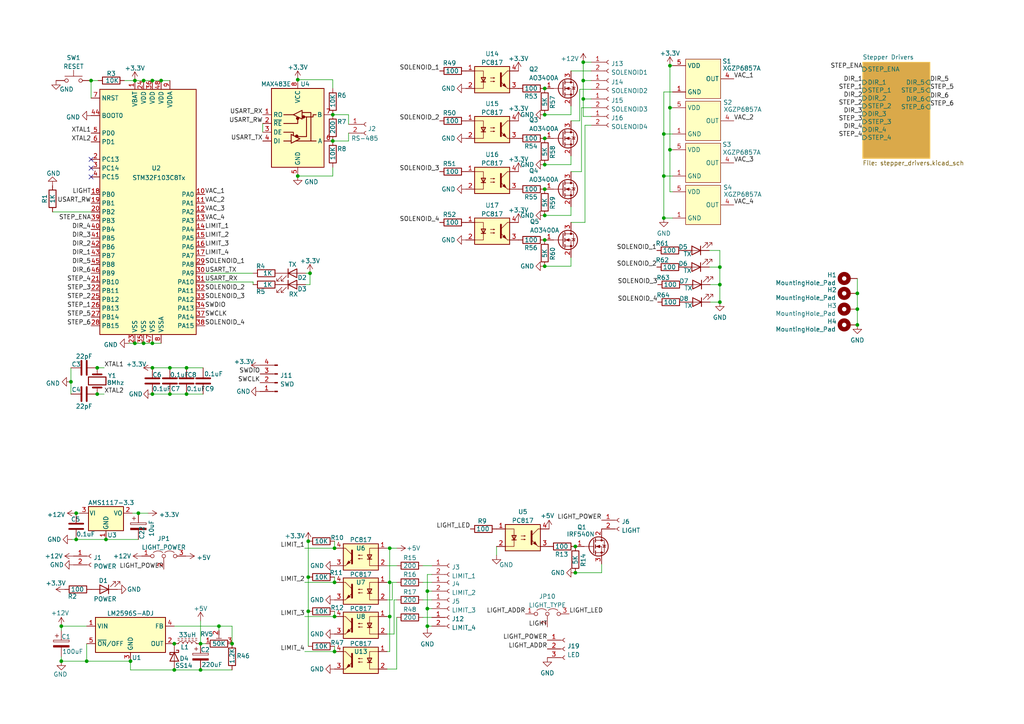
<source format=kicad_sch>
(kicad_sch (version 20211123) (generator eeschema)
  (paper "A4")
  (junction (at 113.03 168.91))
  (junction (at 194.31 19.05))
  (junction (at 89.916 79.248))
  (junction (at 97.028 178.816))
  (junction (at 41.656 23.368))
  (junction (at 22.098 148.844))
  (junction (at 157.988 54.864))
  (junction (at 208.788 87.63))
  (junction (at 113.03 178.816))
  (junction (at 46.736 23.368))
  (junction (at 97.028 168.91))
  (junction (at 40.132 148.844))
  (junction (at 89.408 156.972))
  (junction (at 169.164 23.368))
  (junction (at 22.098 156.464))
  (junction (at 169.164 18.034))
  (junction (at 157.988 47.752))
  (junction (at 26.416 23.368))
  (junction (at 54.102 114.3))
  (junction (at 17.78 191.77))
  (junction (at 248.666 89.662))
  (junction (at 123.952 176.53))
  (junction (at 44.196 99.568))
  (junction (at 58.166 194.31))
  (junction (at 25.146 191.77))
  (junction (at 166.878 158.496))
  (junction (at 166.878 166.116))
  (junction (at 169.164 28.702))
  (junction (at 39.116 99.568))
  (junction (at 157.988 33.274))
  (junction (at 194.31 31.242))
  (junction (at 49.276 114.3))
  (junction (at 17.78 181.61))
  (junction (at 248.666 94.234))
  (junction (at 30.734 156.464))
  (junction (at 192.532 51.054))
  (junction (at 50.546 186.69))
  (junction (at 96.52 40.894))
  (junction (at 192.532 63.246))
  (junction (at 89.408 177.292))
  (junction (at 44.196 114.3))
  (junction (at 157.988 77.216))
  (junction (at 96.52 33.274))
  (junction (at 50.546 194.31))
  (junction (at 86.36 51.054))
  (junction (at 41.656 99.568))
  (junction (at 20.574 110.744))
  (junction (at 123.952 181.61))
  (junction (at 44.196 106.68))
  (junction (at 39.116 23.368))
  (junction (at 54.102 106.68))
  (junction (at 248.666 85.09))
  (junction (at 49.276 106.68))
  (junction (at 28.194 106.68))
  (junction (at 157.988 62.484))
  (junction (at 97.028 159.004))
  (junction (at 89.408 167.386))
  (junction (at 194.31 43.434))
  (junction (at 44.196 23.368))
  (junction (at 67.31 186.69))
  (junction (at 157.988 69.596))
  (junction (at 208.788 82.55))
  (junction (at 37.846 191.77))
  (junction (at 63.5 181.61))
  (junction (at 58.166 186.69))
  (junction (at 208.788 77.47))
  (junction (at 86.36 23.114))
  (junction (at 28.194 114.3))
  (junction (at 157.988 25.654))
  (junction (at 113.03 159.004))
  (junction (at 157.988 40.132))
  (junction (at 97.028 188.976))
  (junction (at 192.532 38.862))
  (junction (at 123.952 171.45))
  (no_connect (at 26.416 46.228))
  (no_connect (at 26.416 48.768))
  (no_connect (at 26.416 51.308))
  (wire (pts (xy 168.656 31.242) (xy 168.656 49.784)))
  (wire (pts (xy 113.792 173.99) (xy 112.268 173.99)))
  (wire (pts (xy 123.952 171.45) (xy 123.952 176.53)))
  (wire (pts (xy 194.31 31.242) (xy 195.072 31.242)))
  (wire (pts (xy 50.546 194.31) (xy 58.166 194.31)))
  (wire (pts (xy 123.952 176.53) (xy 125.222 176.53)))
  (wire (pts (xy 194.31 19.05) (xy 194.31 31.242)))
  (wire (pts (xy 195.072 43.434) (xy 194.31 43.434)))
  (wire (pts (xy 97.028 177.292) (xy 97.028 178.816)))
  (wire (pts (xy 54.102 106.68) (xy 58.928 106.68)))
  (wire (pts (xy 28.194 106.68) (xy 30.226 106.68)))
  (wire (pts (xy 122.682 164.084) (xy 125.222 164.084)))
  (wire (pts (xy 22.098 156.464) (xy 30.734 156.464)))
  (wire (pts (xy 125.222 181.61) (xy 123.952 181.61)))
  (wire (pts (xy 123.952 171.45) (xy 125.222 171.45)))
  (wire (pts (xy 49.276 106.68) (xy 54.102 106.68)))
  (wire (pts (xy 248.666 80.772) (xy 248.666 85.09)))
  (wire (pts (xy 58.166 180.086) (xy 58.166 186.69)))
  (wire (pts (xy 89.916 82.55) (xy 88.646 82.55)))
  (wire (pts (xy 165.608 33.274) (xy 157.988 33.274)))
  (wire (pts (xy 115.062 173.99) (xy 114.3 173.99)))
  (wire (pts (xy 195.072 55.626) (xy 194.31 55.626)))
  (wire (pts (xy 168.148 35.052) (xy 165.608 35.052)))
  (wire (pts (xy 195.072 26.67) (xy 192.532 26.67)))
  (wire (pts (xy 195.072 19.05) (xy 194.31 19.05)))
  (wire (pts (xy 123.952 181.61) (xy 123.952 182.372)))
  (wire (pts (xy 89.916 79.248) (xy 89.916 82.55)))
  (wire (pts (xy 248.666 89.662) (xy 248.666 94.234)))
  (wire (pts (xy 168.656 49.784) (xy 165.608 49.784)))
  (wire (pts (xy 169.164 28.702) (xy 169.164 33.782)))
  (wire (pts (xy 96.52 51.054) (xy 86.36 51.054)))
  (wire (pts (xy 59.436 81.788) (xy 73.406 81.788)))
  (wire (pts (xy 169.672 36.322) (xy 169.672 64.516)))
  (wire (pts (xy 112.268 159.004) (xy 113.03 159.004)))
  (wire (pts (xy 195.072 51.054) (xy 192.532 51.054)))
  (wire (pts (xy 97.028 167.386) (xy 97.028 168.91)))
  (wire (pts (xy 101.092 36.068) (xy 101.092 33.274)))
  (wire (pts (xy 174.498 163.576) (xy 174.498 166.116)))
  (wire (pts (xy 67.31 186.69) (xy 67.31 181.61)))
  (wire (pts (xy 39.116 99.568) (xy 41.656 99.568)))
  (wire (pts (xy 41.656 23.368) (xy 44.196 23.368)))
  (wire (pts (xy 171.45 31.242) (xy 168.656 31.242)))
  (wire (pts (xy 44.196 106.68) (xy 49.276 106.68)))
  (wire (pts (xy 192.532 38.862) (xy 192.532 51.054)))
  (wire (pts (xy 122.682 168.91) (xy 125.222 168.91)))
  (wire (pts (xy 208.788 82.55) (xy 208.788 87.63)))
  (wire (pts (xy 17.78 190.5) (xy 17.78 191.77)))
  (wire (pts (xy 25.146 186.69) (xy 25.146 191.77)))
  (wire (pts (xy 122.682 173.99) (xy 125.222 173.99)))
  (wire (pts (xy 96.52 23.114) (xy 86.36 23.114)))
  (wire (pts (xy 169.672 64.516) (xy 165.608 64.516)))
  (wire (pts (xy 194.31 43.434) (xy 194.31 31.242)))
  (wire (pts (xy 165.608 45.212) (xy 165.608 47.752)))
  (wire (pts (xy 37.846 194.31) (xy 50.546 194.31)))
  (wire (pts (xy 165.608 77.216) (xy 157.988 77.216)))
  (wire (pts (xy 42.926 148.844) (xy 40.132 148.844)))
  (wire (pts (xy 115.062 194.056) (xy 112.268 194.056)))
  (wire (pts (xy 88.392 168.91) (xy 97.028 168.91)))
  (wire (pts (xy 113.03 159.004) (xy 115.062 159.004)))
  (wire (pts (xy 192.532 51.054) (xy 192.532 63.246)))
  (wire (pts (xy 169.164 28.702) (xy 171.45 28.702)))
  (wire (pts (xy 165.608 62.484) (xy 157.988 62.484)))
  (wire (pts (xy 20.574 106.68) (xy 20.574 110.744)))
  (wire (pts (xy 171.45 36.322) (xy 169.672 36.322)))
  (wire (pts (xy 169.164 23.368) (xy 169.164 28.702)))
  (wire (pts (xy 113.03 178.816) (xy 113.03 188.976)))
  (wire (pts (xy 20.574 110.744) (xy 20.574 114.3)))
  (wire (pts (xy 89.408 177.292) (xy 89.408 187.452)))
  (wire (pts (xy 174.498 166.116) (xy 166.878 166.116)))
  (wire (pts (xy 17.78 182.88) (xy 17.78 181.61)))
  (wire (pts (xy 46.736 23.368) (xy 49.276 23.368)))
  (wire (pts (xy 113.792 168.91) (xy 113.792 173.99)))
  (wire (pts (xy 73.406 81.788) (xy 73.406 82.55)))
  (wire (pts (xy 44.196 114.3) (xy 49.276 114.3)))
  (wire (pts (xy 63.5 181.61) (xy 63.5 182.88)))
  (wire (pts (xy 25.146 191.77) (xy 37.846 191.77)))
  (wire (pts (xy 89.408 167.386) (xy 89.408 177.292)))
  (wire (pts (xy 165.608 74.676) (xy 165.608 77.216)))
  (wire (pts (xy 114.3 183.896) (xy 112.268 183.896)))
  (wire (pts (xy 41.656 99.568) (xy 44.196 99.568)))
  (wire (pts (xy 97.028 156.972) (xy 97.028 159.004)))
  (wire (pts (xy 165.608 47.752) (xy 157.988 47.752)))
  (wire (pts (xy 17.78 181.61) (xy 25.146 181.61)))
  (wire (pts (xy 205.74 77.47) (xy 208.788 77.47)))
  (wire (pts (xy 144.018 158.496) (xy 144.018 161.036)))
  (wire (pts (xy 115.062 179.07) (xy 115.062 194.056)))
  (wire (pts (xy 37.846 191.77) (xy 37.846 194.31)))
  (wire (pts (xy 165.608 20.574) (xy 171.45 20.574)))
  (wire (pts (xy 101.092 33.274) (xy 96.52 33.274)))
  (wire (pts (xy 101.092 40.894) (xy 101.092 38.608)))
  (wire (pts (xy 96.52 40.894) (xy 101.092 40.894)))
  (wire (pts (xy 113.03 178.816) (xy 112.268 178.816)))
  (wire (pts (xy 30.734 156.464) (xy 40.132 156.464)))
  (wire (pts (xy 171.45 25.908) (xy 168.148 25.908)))
  (wire (pts (xy 169.164 33.782) (xy 171.45 33.782)))
  (wire (pts (xy 50.546 181.61) (xy 63.5 181.61)))
  (wire (pts (xy 115.062 168.91) (xy 113.792 168.91)))
  (wire (pts (xy 165.608 30.734) (xy 165.608 33.274)))
  (wire (pts (xy 113.03 168.91) (xy 113.03 178.816)))
  (wire (pts (xy 76.2 35.814) (xy 76.2 38.354)))
  (wire (pts (xy 15.24 61.468) (xy 26.416 61.468)))
  (wire (pts (xy 122.682 179.07) (xy 125.222 179.07)))
  (wire (pts (xy 169.164 18.034) (xy 169.164 23.368)))
  (wire (pts (xy 248.666 85.09) (xy 248.666 89.662)))
  (wire (pts (xy 28.448 23.368) (xy 26.416 23.368)))
  (wire (pts (xy 113.03 159.004) (xy 113.03 168.91)))
  (wire (pts (xy 112.268 164.084) (xy 115.062 164.084)))
  (wire (pts (xy 58.166 186.69) (xy 59.69 186.69)))
  (wire (pts (xy 96.52 25.654) (xy 96.52 23.114)))
  (wire (pts (xy 123.952 176.53) (xy 123.952 181.61)))
  (wire (pts (xy 54.102 114.3) (xy 58.928 114.3)))
  (wire (pts (xy 39.116 23.368) (xy 41.656 23.368)))
  (wire (pts (xy 88.392 178.816) (xy 97.028 178.816)))
  (wire (pts (xy 113.03 188.976) (xy 112.268 188.976)))
  (wire (pts (xy 88.392 188.976) (xy 97.028 188.976)))
  (wire (pts (xy 20.828 156.464) (xy 22.098 156.464)))
  (wire (pts (xy 17.78 191.77) (xy 25.146 191.77)))
  (wire (pts (xy 113.03 168.91) (xy 112.268 168.91)))
  (wire (pts (xy 37.338 99.568) (xy 39.116 99.568)))
  (wire (pts (xy 169.164 23.368) (xy 171.45 23.368)))
  (wire (pts (xy 40.132 148.844) (xy 38.354 148.844)))
  (wire (pts (xy 97.028 187.452) (xy 97.028 188.976)))
  (wire (pts (xy 49.276 114.3) (xy 54.102 114.3)))
  (wire (pts (xy 192.532 26.67) (xy 192.532 38.862)))
  (wire (pts (xy 44.196 99.568) (xy 46.736 99.568)))
  (wire (pts (xy 88.646 79.248) (xy 89.916 79.248)))
  (wire (pts (xy 205.74 72.644) (xy 208.788 72.644)))
  (wire (pts (xy 22.098 148.844) (xy 23.114 148.844)))
  (wire (pts (xy 194.31 55.626) (xy 194.31 43.434)))
  (wire (pts (xy 89.408 156.972) (xy 89.408 167.386)))
  (wire (pts (xy 168.148 25.908) (xy 168.148 35.052)))
  (wire (pts (xy 165.608 59.944) (xy 165.608 62.484)))
  (wire (pts (xy 59.436 79.248) (xy 73.406 79.248)))
  (wire (pts (xy 58.166 194.31) (xy 67.31 194.31)))
  (wire (pts (xy 28.194 114.3) (xy 30.226 114.3)))
  (wire (pts (xy 36.068 23.368) (xy 39.116 23.368)))
  (wire (pts (xy 205.994 82.55) (xy 208.788 82.55)))
  (wire (pts (xy 26.416 23.368) (xy 26.416 28.448)))
  (wire (pts (xy 67.31 181.61) (xy 63.5 181.61)))
  (wire (pts (xy 208.788 87.63) (xy 205.994 87.63)))
  (wire (pts (xy 192.532 38.862) (xy 195.072 38.862)))
  (wire (pts (xy 195.072 63.246) (xy 192.532 63.246)))
  (wire (pts (xy 208.788 77.47) (xy 208.788 82.55)))
  (wire (pts (xy 96.52 48.514) (xy 96.52 51.054)))
  (wire (pts (xy 123.952 166.624) (xy 123.952 171.45)))
  (wire (pts (xy 208.788 72.644) (xy 208.788 77.47)))
  (wire (pts (xy 88.392 159.004) (xy 97.028 159.004)))
  (wire (pts (xy 125.222 166.624) (xy 123.952 166.624)))
  (wire (pts (xy 171.45 18.034) (xy 169.164 18.034)))
  (wire (pts (xy 114.3 173.99) (xy 114.3 183.896)))
  (wire (pts (xy 44.196 23.368) (xy 46.736 23.368)))
  (label "DIR_6" (at 269.748 28.702 0))
  (label "USART_TX" (at 59.436 79.248 0))
  (label "VAC_4" (at 59.436 64.008 0))
  (label "SOLENOID_2" (at 127.508 35.052 180))
  (label "SWDIO" (at 59.436 89.408 0))
  (label "LIGHT_POWER" (at 47.498 165.1 180))
  (label "LIMIT_4" (at 88.392 188.976 180))
  (label "STEP_2" (at 26.416 86.868 180))
  (label "STEP_4" (at 26.416 81.788 180))
  (label "USART_RX" (at 59.436 81.788 0))
  (label "VAC_2" (at 212.852 35.052 0))
  (label "LIMIT_4" (at 59.436 74.168 0))
  (label "STEP_3" (at 26.416 84.328 180))
  (label "STEP_5" (at 26.416 91.948 180))
  (label "SOLENOID_4" (at 127.508 64.516 180))
  (label "LIGHT_ADDR" (at 158.75 188.214 180))
  (label "STEP_1" (at 250.19 26.162 180))
  (label "SWCLK" (at 59.436 91.948 0))
  (label "DIR_4" (at 250.19 37.592 180))
  (label "LIGHT_POWER" (at 158.75 185.674 180))
  (label "STEP_ENA" (at 250.19 20.066 180))
  (label "STEP_1" (at 26.416 89.408 180))
  (label "SWCLK" (at 75.438 110.998 180))
  (label "USART_RW" (at 26.416 58.928 180))
  (label "LIMIT_2" (at 59.436 69.088 0))
  (label "STEP_2" (at 250.19 30.734 180))
  (label "LIGHT_ADDR" (at 152.4 178.054 180))
  (label "XTAL1" (at 26.416 38.608 180))
  (label "USART_RX" (at 76.2 33.274 180))
  (label "DIR_6" (at 26.416 79.248 180))
  (label "SOLENOID_4" (at 190.754 87.63 180))
  (label "VAC_3" (at 212.852 47.244 0))
  (label "DIR_3" (at 26.416 69.088 180))
  (label "STEP_ENA" (at 26.416 64.008 180))
  (label "XTAL2" (at 26.416 41.148 180))
  (label "SOLENOID_3" (at 59.436 86.868 0))
  (label "DIR_1" (at 26.416 74.168 180))
  (label "LIMIT_1" (at 59.436 66.548 0))
  (label "USART_TX" (at 76.2 40.894 180))
  (label "VAC_4" (at 212.852 59.436 0))
  (label "DIR_3" (at 250.19 33.02 180))
  (label "VAC_3" (at 59.436 61.468 0))
  (label "VAC_1" (at 212.852 22.86 0))
  (label "SWDIO" (at 75.438 108.458 180))
  (label "LIGHT" (at 158.75 181.864 180))
  (label "DIR_4" (at 26.416 66.548 180))
  (label "LIGHT" (at 26.416 56.388 180))
  (label "DIR_1" (at 250.19 23.876 180))
  (label "DIR_5" (at 269.748 23.876 0))
  (label "STEP_5" (at 269.748 26.162 0))
  (label "LIMIT_3" (at 88.392 178.816 180))
  (label "SOLENOID_2" (at 59.436 84.328 0))
  (label "SOLENOID_1" (at 59.436 76.708 0))
  (label "LIGHT_LED" (at 165.1 178.054 0))
  (label "SOLENOID_3" (at 190.754 82.55 180))
  (label "DIR_5" (at 26.416 76.708 180))
  (label "STEP_4" (at 250.19 39.878 180))
  (label "STEP_6" (at 269.748 30.988 0))
  (label "STEP_6" (at 26.416 94.488 180))
  (label "XTAL1" (at 30.226 106.68 0))
  (label "VAC_2" (at 59.436 58.928 0))
  (label "SOLENOID_2" (at 190.5 77.47 180))
  (label "DIR_2" (at 250.19 28.448 180))
  (label "STEP_3" (at 250.19 35.306 180))
  (label "SOLENOID_3" (at 127.508 49.784 180))
  (label "LIGHT_POWER" (at 174.498 150.876 180))
  (label "SOLENOID_1" (at 190.5 72.644 180))
  (label "LIMIT_1" (at 88.392 159.004 180))
  (label "VAC_1" (at 59.436 56.388 0))
  (label "LIMIT_2" (at 88.392 168.91 180))
  (label "USART_RW" (at 76.2 35.814 180))
  (label "LIMIT_3" (at 59.436 71.628 0))
  (label "LIGHT_LED" (at 136.398 153.416 180))
  (label "SOLENOID_1" (at 127.508 20.574 180))
  (label "SOLENOID_4" (at 59.436 94.488 0))
  (label "DIR_2" (at 26.416 71.628 180))
  (label "XTAL2" (at 30.226 114.3 0))
  (symbol (lib_id "Device:R") (at 157.988 73.406 180) (unit 1)
    (property "Reference" "R60" (at 160.274 71.628 90) (effects (justify left)))
    (property "Value" "5K" (at 157.988 72.136 90) (effects (justify left)))
    (property "Footprint" "Resistor_SMD:R_0603_1608Metric" (effects hide))
  )
  (symbol (lib_id "Device:R") (at 154.178 25.654 90) (unit 1)
    (property "Reference" "R53" (at 155.956 27.94 90) (effects (justify left)))
    (property "Value" "100" (at 155.956 25.654 90) (effects (justify left)))
    (property "Footprint" "Resistor_SMD:R_0603_1608Metric" (effects hide))
  )
  (symbol (lib_id "Device:LED") (at 201.93 77.47 180) (unit 1)
    (property "Reference" "D6" (at 198.12 76.454 0))
    (property "Value" "TX" (at 199.39 78.486 0))
    (property "Footprint" "LED_SMD:LED_0603_1608Metric" (effects hide))
  )
  (symbol (lib_id "MCU_ST_STM32F1:STM32F103C8Tx") (at 44.196 61.468 0) (unit 1)
    (property "Reference" "U2" (at 43.942 48.768 0) (effects (justify left)))
    (property "Value" "STM32F103C8Tx" (at 38.354 51.562 0) (effects (justify left)))
    (property "Footprint" "Package_QFP:LQFP-48_7x7mm_P0.5mm" (effects hide))
    (property "Datasheet" "http://www.st.com/st-web-ui/static/active/en/resource/technical/document/datasheet/CD00161566.pdf" (effects hide))
  )
  (symbol (lib_id "Device:R") (at 154.178 54.864 90) (unit 1)
    (property "Reference" "R55" (at 155.956 57.15 90) (effects (justify left)))
    (property "Value" "100" (at 155.956 54.864 90) (effects (justify left)))
    (property "Footprint" "Resistor_SMD:R_0603_1608Metric" (effects hide))
  )
  (symbol (lib_id "Device:R") (at 157.988 58.674 180) (unit 1)
    (property "Reference" "R59" (at 160.274 56.896 90) (effects (justify left)))
    (property "Value" "5K" (at 157.988 57.404 90) (effects (justify left)))
    (property "Footprint" "Resistor_SMD:R_0603_1608Metric" (effects hide))
  )
  (symbol (lib_id "Device:R") (at 96.52 37.084 0) (unit 1)
    (property "Reference" "R7" (at 97.79 35.306 0) (effects (justify left)))
    (property "Value" "200" (at 96.52 38.862 90) (effects (justify left)))
    (property "Footprint" "Resistor_SMD:R_0603_1608Metric" (effects hide))
  )
  (symbol (lib_id "Device:R") (at 163.068 158.496 90) (unit 1)
    (property "Reference" "R13" (at 164.846 160.782 90) (effects (justify left)))
    (property "Value" "100" (at 164.846 158.496 90) (effects (justify left)))
    (property "Footprint" "Resistor_SMD:R_0603_1608Metric" (effects hide))
  )
  (symbol (lib_id "Connector:Conn_01x02_Female") (at 179.578 150.876 0) (unit 1)
    (property "Reference" "J6" (at 180.2892 151.3113 0) (effects (justify left)))
    (property "Value" "LIGHT" (at 180.2892 153.8482 0) (effects (justify left)))
    (property "Footprint" "Connector_JST:JST_EH_B2B-EH-A_1x02_P2.50mm_Vertical" (effects hide))
  )
  (symbol (lib_id "power:GND") (at 15.24 53.848 180) (unit 1)
    (property "Reference" "#PWR02" (effects hide))
    (property "Value" "GND" (at 13.462 50.292 0) (effects (justify right)))
  )
  (symbol (lib_id "Connector:Conn_01x02_Female") (at 130.302 179.07 0) (unit 1)
    (property "Reference" "J12" (at 131.0132 179.5053 0) (effects (justify left)))
    (property "Value" "LIMIT_4" (at 131.0132 182.0422 0) (effects (justify left)))
    (property "Footprint" "Connector_JST:JST_EH_B2B-EH-A_1x02_P2.50mm_Vertical" (effects hide))
  )
  (symbol (lib_id "Connector:Conn_01x02_Female") (at 130.302 168.91 0) (unit 1)
    (property "Reference" "J4" (at 131.0132 169.3453 0) (effects (justify left)))
    (property "Value" "LIMIT_2" (at 131.0132 171.8822 0) (effects (justify left)))
    (property "Footprint" "Connector_JST:JST_EH_B2B-EH-A_1x02_P2.50mm_Vertical" (effects hide))
  )
  (symbol (lib_id "Device:Crystal") (at 28.194 110.49 90) (unit 1)
    (property "Reference" "Y1" (at 31.242 108.966 90) (effects (justify right)))
    (property "Value" "8Mhz" (at 30.988 110.998 90) (effects (justify right)))
    (property "Footprint" "Crystal:Crystal_SMD_5032-2Pin_5.0x3.2mm" (effects hide))
  )
  (symbol (lib_id "Device:R") (at 93.218 177.292 270) (unit 1)
    (property "Reference" "R12" (at 97.79 176.276 90))
    (property "Value" "10K" (at 93.218 177.292 90))
    (property "Footprint" "Resistor_SMD:R_0603_1608Metric" (effects hide))
  )
  (symbol (lib_id "power:+12V") (at 41.148 161.29 90) (unit 1)
    (property "Reference" "#PWR014" (effects hide))
    (property "Value" "+12V" (at 32.766 161.29 90) (effects (justify right)))
  )
  (symbol (lib_id "Device:C_Polarized") (at 40.132 152.654 0) (unit 1)
    (property "Reference" "C22" (at 41.148 156.464 90) (effects (justify left)))
    (property "Value" "10uF" (at 43.942 155.702 90) (effects (justify left)))
    (property "Footprint" "Capacitor_Tantalum_SMD:CP_EIA-3216-12_Kemet-S" (effects hide))
  )
  (symbol (lib_id "power:GND") (at 157.988 47.752 270) (unit 1)
    (property "Reference" "#PWR0125" (effects hide))
    (property "Value" "GND" (at 150.876 47.752 90) (effects (justify left)))
  )
  (symbol (lib_id "Device:LED") (at 202.184 87.63 180) (unit 1)
    (property "Reference" "D8" (at 198.374 86.614 0))
    (property "Value" "TX" (at 199.644 88.646 0))
    (property "Footprint" "LED_SMD:LED_0603_1608Metric" (effects hide))
  )
  (symbol (lib_id "Connector:Conn_01x02_Female") (at 106.172 36.068 0) (unit 1)
    (property "Reference" "J2" (at 106.68 37.338 0) (effects (justify left)))
    (property "Value" "RS-485" (at 101.854 40.132 0) (effects (justify left)))
    (property "Footprint" "Connector_JST:JST_EH_B2B-EH-A_1x02_P2.50mm_Vertical" (effects hide))
  )
  (symbol (lib_id "Device:R") (at 118.872 179.07 90) (unit 1)
    (property "Reference" "R48" (at 118.872 176.784 90))
    (property "Value" "200" (at 118.872 179.07 90))
    (property "Footprint" "Resistor_SMD:R_0603_1608Metric" (effects hide))
  )
  (symbol (lib_id "Transistor_FET:AO3400A") (at 163.068 69.596 0) (unit 1)
    (property "Reference" "Q5" (at 153.67 64.262 0) (effects (justify left)))
    (property "Value" "AO3400A" (at 153.67 66.7989 0) (effects (justify left)))
    (property "Footprint" "Package_TO_SOT_SMD:SOT-23" (effects hide))
    (property "Datasheet" "http://www.aosmd.com/pdfs/datasheet/AO3400A.pdf" (effects hide))
  )
  (symbol (lib_id "power:GND") (at 97.028 194.056 270) (unit 1)
    (property "Reference" "#PWR0104" (effects hide))
    (property "Value" "GND" (at 89.916 194.056 90) (effects (justify left)))
  )
  (symbol (lib_id "power:+3.3V") (at 150.368 49.784 0) (unit 1)
    (property "Reference" "#PWR0124" (effects hide))
    (property "Value" "+3.3V" (at 150.368 46.2082 0))
  )
  (symbol (lib_id "Transistor_FET:AO3400A") (at 163.068 54.864 0) (unit 1)
    (property "Reference" "Q4" (at 153.416 49.53 0) (effects (justify left)))
    (property "Value" "AO3400A" (at 153.416 52.0669 0) (effects (justify left)))
    (property "Footprint" "Package_TO_SOT_SMD:SOT-23" (effects hide))
    (property "Datasheet" "http://www.aosmd.com/pdfs/datasheet/AO3400A.pdf" (effects hide))
  )
  (symbol (lib_id "Device:R") (at 15.24 57.658 0) (unit 1)
    (property "Reference" "R1" (at 12.954 57.658 90))
    (property "Value" "1K" (at 15.24 57.658 90))
    (property "Footprint" "Resistor_SMD:R_0603_1608Metric" (effects hide))
  )
  (symbol (lib_id "Device:LED") (at 202.184 82.55 180) (unit 1)
    (property "Reference" "D7" (at 198.374 81.534 0))
    (property "Value" "TX" (at 199.644 83.566 0))
    (property "Footprint" "LED_SMD:LED_0603_1608Metric" (effects hide))
  )
  (symbol (lib_id "power:GND") (at 17.78 191.77 0) (unit 1)
    (property "Reference" "#PWR0101" (effects hide))
    (property "Value" "GND" (at 19.558 195.58 0) (effects (justify right)))
  )
  (symbol (lib_id "Device:R") (at 96.52 44.704 0) (unit 1)
    (property "Reference" "R8" (at 97.79 43.18 0) (effects (justify left)))
    (property "Value" "10K" (at 96.52 46.482 90) (effects (justify left)))
    (property "Footprint" "Resistor_SMD:R_0603_1608Metric" (effects hide))
  )
  (symbol (lib_id "power:GND") (at 16.256 23.368 0) (unit 1)
    (property "Reference" "#PWR01" (effects hide))
    (property "Value" "GND" (at 19.304 25.908 0))
  )
  (symbol (lib_id "power:GND") (at 158.75 190.754 0) (unit 1)
    (property "Reference" "#PWR013" (effects hide))
    (property "Value" "GND" (at 158.75 195.1974 0))
  )
  (symbol (lib_id "power:+3.3V") (at 86.36 23.114 0) (unit 1)
    (property "Reference" "#PWR019" (effects hide))
    (property "Value" "+3.3V" (at 86.36 19.5382 0))
  )
  (symbol (lib_id "Device:R") (at 194.31 72.644 90) (unit 1)
    (property "Reference" "R61" (at 194.056 70.612 90) (effects (justify left)))
    (property "Value" "100" (at 196.088 72.644 90) (effects (justify left)))
    (property "Footprint" "Resistor_SMD:R_0603_1608Metric" (effects hide))
  )
  (symbol (lib_id "power:GND") (at 97.028 164.084 270) (unit 1)
    (property "Reference" "#PWR024" (effects hide))
    (property "Value" "GND" (at 89.916 164.084 90) (effects (justify left)))
  )
  (symbol (lib_id "power:+5V") (at 58.166 180.086 0) (unit 1)
    (property "Reference" "#PWR0103" (effects hide))
    (property "Value" "+5V" (at 58.166 176.5102 0))
  )
  (symbol (lib_id "Isolator:PC817") (at 142.748 67.056 0) (unit 1)
    (property "Reference" "U17" (at 142.748 59.5462 0))
    (property "Value" "PC817" (at 142.748 62.0831 0))
    (property "Footprint" "Package_DIP:SMDIP-4_W9.53mm" (effects hide))
    (property "Datasheet" "http://www.soselectronic.cz/a_info/resource/d/pc817.pdf" (effects hide))
  )
  (symbol (lib_id "power:+5V") (at 115.062 159.004 270) (unit 1)
    (property "Reference" "#PWR027" (effects hide))
    (property "Value" "+5V" (at 117.856 159.004 90) (effects (justify left)))
  )
  (symbol (lib_id "Device:LED") (at 84.836 82.55 0) (unit 1)
    (property "Reference" "D3" (at 87.63 83.82 0))
    (property "Value" "RX" (at 85.09 85.344 0))
    (property "Footprint" "LED_SMD:LED_0603_1608Metric" (effects hide))
  )
  (symbol (lib_id "power:+3.3V") (at 42.926 148.844 270) (unit 1)
    (property "Reference" "#PWR018" (effects hide))
    (property "Value" "+3.3V" (at 46.101 149.2778 90) (effects (justify left)))
  )
  (symbol (lib_id "Device:R") (at 22.606 170.942 90) (unit 1)
    (property "Reference" "R2" (at 22.352 172.974 90) (effects (justify left)))
    (property "Value" "100" (at 24.384 170.942 90) (effects (justify left)))
    (property "Footprint" "Resistor_SMD:R_0603_1608Metric" (effects hide))
  )
  (symbol (lib_id "Isolator:PC817") (at 142.748 52.324 0) (unit 1)
    (property "Reference" "U16" (at 142.748 44.8142 0))
    (property "Value" "PC817" (at 142.748 47.3511 0))
    (property "Footprint" "Package_DIP:SMDIP-4_W9.53mm" (effects hide))
    (property "Datasheet" "http://www.soselectronic.cz/a_info/resource/d/pc817.pdf" (effects hide))
  )
  (symbol (lib_id "power:GND") (at 20.574 110.744 270) (unit 1)
    (property "Reference" "#PWR06" (effects hide))
    (property "Value" "GND" (at 17.3991 111.1778 90) (effects (justify right)))
  )
  (symbol (lib_id "Device:R") (at 166.878 162.306 180) (unit 1)
    (property "Reference" "R14" (at 169.164 160.528 90) (effects (justify left)))
    (property "Value" "5K" (at 166.878 161.036 90) (effects (justify left)))
    (property "Footprint" "Resistor_SMD:R_0603_1608Metric" (effects hide))
  )
  (symbol (lib_id "Device:R") (at 154.178 40.132 90) (unit 1)
    (property "Reference" "R54" (at 155.956 42.418 90) (effects (justify left)))
    (property "Value" "100" (at 155.956 40.132 90) (effects (justify left)))
    (property "Footprint" "Resistor_SMD:R_0603_1608Metric" (effects hide))
  )
  (symbol (lib_id "Device:R") (at 131.318 35.052 90) (unit 1)
    (property "Reference" "R50" (at 132.334 32.766 90) (effects (justify left)))
    (property "Value" "100" (at 133.096 35.052 90) (effects (justify left)))
    (property "Footprint" "Resistor_SMD:R_0603_1608Metric" (effects hide))
  )
  (symbol (lib_id "power:GND") (at 166.878 166.116 270) (unit 1)
    (property "Reference" "#PWR0123" (effects hide))
    (property "Value" "GND" (at 159.766 166.116 90) (effects (justify left)))
  )
  (symbol (lib_id "power:GND") (at 157.988 62.484 270) (unit 1)
    (property "Reference" "#PWR0127" (effects hide))
    (property "Value" "GND" (at 150.876 62.484 90) (effects (justify left)))
  )
  (symbol (lib_id "Vacuum sensors:XGZP6857A") (at 203.962 59.436 0) (unit 1)
    (property "Reference" "S4" (at 211.074 54.356 0))
    (property "Value" "XGZP6857A" (at 215.392 56.388 0))
    (property "Footprint" "XGZP_Sensors:XGZP_Sensor_THT" (effects hide))
  )
  (symbol (lib_id "Connector:Conn_01x03_Female") (at 163.83 188.214 0) (unit 1)
    (property "Reference" "J19" (at 164.5412 187.3793 0) (effects (justify left)))
    (property "Value" "LED" (at 164.5412 189.9162 0) (effects (justify left)))
    (property "Footprint" "Connector_JST:JST_EH_B3B-EH-A_1x03_P2.50mm_Vertical" (effects hide))
  )
  (symbol (lib_id "Mechanical:MountingHole_Pad") (at 246.126 80.772 90) (unit 1)
    (property "Reference" "H1" (at 241.3 79.756 90))
    (property "Value" "MountingHole_Pad" (at 233.68 82.042 90))
    (property "Footprint" "MountingHole:MountingHole_2.5mm_Pad_Via" (effects hide))
  )
  (symbol (lib_id "Device:R") (at 77.216 79.248 90) (unit 1)
    (property "Reference" "R4" (at 76.962 77.216 90) (effects (justify left)))
    (property "Value" "1K" (at 78.994 79.248 90) (effects (justify left)))
    (property "Footprint" "Resistor_SMD:R_0603_1608Metric" (effects hide))
  )
  (symbol (lib_id "Mechanical:MountingHole_Pad") (at 246.126 94.234 90) (unit 1)
    (property "Reference" "H4" (at 241.3 93.218 90))
    (property "Value" "MountingHole_Pad" (at 233.68 95.504 90))
    (property "Footprint" "MountingHole:MountingHole_2.5mm_Pad_Via" (effects hide))
  )
  (symbol (lib_id "Isolator:PC817") (at 104.648 181.356 0) (mirror y) (unit 1)
    (property "Reference" "U8" (at 104.648 178.816 0))
    (property "Value" "PC817" (at 104.648 176.53 0))
    (property "Footprint" "Package_DIP:SMDIP-4_W9.53mm" (effects hide))
    (property "Datasheet" "http://www.soselectronic.cz/a_info/resource/d/pc817.pdf" (effects hide))
  )
  (symbol (lib_id "power:GND") (at 123.952 182.372 0) (unit 1)
    (property "Reference" "#PWR028" (effects hide))
    (property "Value" "GND" (at 123.952 186.8154 0))
  )
  (symbol (lib_id "Isolator:PC817") (at 104.648 171.45 0) (mirror y) (unit 1)
    (property "Reference" "U7" (at 104.648 168.91 0))
    (property "Value" "PC817" (at 104.648 166.624 0))
    (property "Footprint" "Package_DIP:SMDIP-4_W9.53mm" (effects hide))
    (property "Datasheet" "http://www.soselectronic.cz/a_info/resource/d/pc817.pdf" (effects hide))
  )
  (symbol (lib_id "Device:R") (at 118.872 164.084 90) (unit 1)
    (property "Reference" "R15" (at 118.872 161.798 90))
    (property "Value" "200" (at 118.872 164.084 90))
    (property "Footprint" "Resistor_SMD:R_0603_1608Metric" (effects hide))
  )
  (symbol (lib_id "power:+3.3V") (at 150.368 20.574 0) (unit 1)
    (property "Reference" "#PWR0130" (effects hide))
    (property "Value" "+3.3V" (at 150.368 16.9982 0))
  )
  (symbol (lib_id "Transistor_FET:AO3400A") (at 163.068 40.132 0) (unit 1)
    (property "Reference" "Q3" (at 153.416 34.798 0) (effects (justify left)))
    (property "Value" "AO3400A" (at 153.416 37.3349 0) (effects (justify left)))
    (property "Footprint" "Package_TO_SOT_SMD:SOT-23" (effects hide))
    (property "Datasheet" "http://www.aosmd.com/pdfs/datasheet/AO3400A.pdf" (effects hide))
  )
  (symbol (lib_id "power:GND") (at 157.988 33.274 270) (unit 1)
    (property "Reference" "#PWR0126" (effects hide))
    (property "Value" "GND" (at 150.876 33.274 90) (effects (justify left)))
  )
  (symbol (lib_id "power:GND") (at 248.666 94.234 0) (unit 1)
    (property "Reference" "#PWR052" (effects hide))
    (property "Value" "GND" (at 248.666 98.6774 0))
  )
  (symbol (lib_id "Interface_UART:MAX483E") (at 86.36 35.814 0) (unit 1)
    (property "Reference" "U4" (at 87.122 24.384 0) (effects (justify left)))
    (property "Value" "MAX483E" (at 75.692 24.384 0) (effects (justify left)))
    (property "Footprint" "Package_SO:SO-8_3.9x4.9mm_P1.27mm" (effects hide))
    (property "Datasheet" "https://datasheets.maximintegrated.com/en/ds/MAX1487E-MAX491E.pdf" (effects hide))
  )
  (symbol (lib_name "XGZP6857A_2") (lib_id "Vacuum sensors:XGZP6857A") (at 203.962 22.86 0) (unit 1)
    (property "Reference" "S1" (at 210.82 17.78 0))
    (property "Value" "XGZP6857A" (at 215.138 19.812 0))
    (property "Footprint" "XGZP_Sensors:XGZP_Sensor_THT" (effects hide))
  )
  (symbol (lib_id "power:GND") (at 135.128 25.654 270) (unit 1)
    (property "Reference" "#PWR0108" (effects hide))
    (property "Value" "GND" (at 128.016 25.654 90) (effects (justify left)))
  )
  (symbol (lib_id "Device:C") (at 24.384 114.3 90) (unit 1)
    (property "Reference" "C4" (at 22.098 113.03 90))
    (property "Value" "22pF" (at 24.384 117.856 90))
    (property "Footprint" "Capacitor_SMD:C_0603_1608Metric" (effects hide))
  )
  (symbol (lib_id "power:GND") (at 21.336 163.83 270) (unit 1)
    (property "Reference" "#PWR08" (effects hide))
    (property "Value" "GND" (at 18.542 163.83 90) (effects (justify right)))
  )
  (symbol (lib_id "power:+12V") (at 169.164 18.034 0) (unit 1)
    (property "Reference" "#PWR0109" (effects hide))
    (property "Value" "+12V" (at 167.894 17.018 0) (effects (justify right)))
  )
  (symbol (lib_id "Transistor_FET:IRF540N") (at 171.958 158.496 0) (unit 1)
    (property "Reference" "Q1" (at 167.386 152.908 0) (effects (justify left)))
    (property "Value" "IRF540N" (at 164.338 154.94 0) (effects (justify left)))
    (property "Footprint" "Package_TO_SOT_THT:TO-220-3_Vertical" (effects hide))
    (property "Datasheet" "http://www.irf.com/product-info/datasheets/data/irf540n.pdf" (effects hide))
  )
  (symbol (lib_id "Connector:Conn_01x02_Female") (at 130.302 164.084 0) (unit 1)
    (property "Reference" "J3" (at 131.0132 164.5193 0) (effects (justify left)))
    (property "Value" "LIMIT_1" (at 131.0132 167.0562 0) (effects (justify left)))
    (property "Footprint" "Connector_JST:JST_EH_B2B-EH-A_1x02_P2.50mm_Vertical" (effects hide))
  )
  (symbol (lib_id "Isolator:PC817") (at 142.748 23.114 0) (unit 1)
    (property "Reference" "U14" (at 142.748 15.6042 0))
    (property "Value" "PC817" (at 142.748 18.1411 0))
    (property "Footprint" "Package_DIP:SMDIP-4_W9.53mm" (effects hide))
    (property "Datasheet" "http://www.soselectronic.cz/a_info/resource/d/pc817.pdf" (effects hide))
  )
  (symbol (lib_id "Regulator_Linear:AMS1117-3.3") (at 30.734 148.844 0) (unit 1)
    (property "Reference" "U3" (at 32.512 155.194 0))
    (property "Value" "AMS1117-3.3" (at 32.258 145.796 0))
    (property "Footprint" "Package_TO_SOT_SMD:SOT-223-3_TabPin2" (effects hide))
    (property "Datasheet" "http://www.advanced-monolithic.com/pdf/ds1117.pdf" (effects hide))
  )
  (symbol (lib_id "Device:R") (at 118.872 168.91 90) (unit 1)
    (property "Reference" "R16" (at 118.872 166.624 90))
    (property "Value" "200" (at 118.872 168.91 90))
    (property "Footprint" "Resistor_SMD:R_0603_1608Metric" (effects hide))
  )
  (symbol (lib_id "Device:LED") (at 30.226 170.942 180) (unit 1)
    (property "Reference" "D1" (at 29.972 168.402 0))
    (property "Value" "POWER" (at 30.48 173.736 0))
    (property "Footprint" "LED_SMD:LED_0603_1608Metric" (effects hide))
  )
  (symbol (lib_id "power:GND") (at 135.128 69.596 270) (unit 1)
    (property "Reference" "#PWR0111" (effects hide))
    (property "Value" "GND" (at 128.016 69.596 90) (effects (justify left)))
  )
  (symbol (lib_id "Isolator:PC817") (at 104.648 191.516 0) (mirror y) (unit 1)
    (property "Reference" "U13" (at 104.648 188.976 0))
    (property "Value" "PC817" (at 104.648 186.69 0))
    (property "Footprint" "Package_DIP:SMDIP-4_W9.53mm" (effects hide))
    (property "Datasheet" "http://www.soselectronic.cz/a_info/resource/d/pc817.pdf" (effects hide))
  )
  (symbol (lib_name "XGZP6857A_3") (lib_id "Vacuum sensors:XGZP6857A") (at 203.962 47.244 0) (unit 1)
    (property "Reference" "S3" (at 210.82 41.91 0))
    (property "Value" "XGZP6857A" (at 215.138 44.196 0))
    (property "Footprint" "XGZP_Sensors:XGZP_Sensor_THT" (effects hide))
  )
  (symbol (lib_id "power:GND") (at 97.028 183.896 270) (unit 1)
    (property "Reference" "#PWR026" (effects hide))
    (property "Value" "GND" (at 89.916 183.896 90) (effects (justify left)))
  )
  (symbol (lib_id "Device:R") (at 131.318 20.574 90) (unit 1)
    (property "Reference" "R49" (at 132.334 18.288 90) (effects (justify left)))
    (property "Value" "100" (at 133.096 20.574 90) (effects (justify left)))
    (property "Footprint" "Resistor_SMD:R_0603_1608Metric" (effects hide))
  )
  (symbol (lib_id "Jumper:Jumper_3_Open") (at 158.75 178.054 0) (unit 1)
    (property "Reference" "JP10" (at 158.75 172.982 0))
    (property "Value" "LIGHT_TYPE" (at 158.75 175.5189 0))
    (property "Footprint" "Connector_PinHeader_2.54mm:PinHeader_1x03_P2.54mm_Vertical" (effects hide))
  )
  (symbol (lib_id "power:GND") (at 192.532 63.246 0) (unit 1)
    (property "Reference" "#PWR0113" (effects hide))
    (property "Value" "GND" (at 192.532 67.6894 0))
  )
  (symbol (lib_id "Device:C_Polarized") (at 58.166 190.5 0) (unit 1)
    (property "Reference" "C2" (at 58.166 188.468 0) (effects (justify left)))
    (property "Value" "220uF" (at 58.42 192.786 0) (effects (justify left)))
    (property "Footprint" "Capacitor_SMD:CP_Elec_6.3x5.9" (effects hide))
  )
  (symbol (lib_id "Isolator:PC817") (at 142.748 37.592 0) (unit 1)
    (property "Reference" "U15" (at 142.748 30.0822 0))
    (property "Value" "PC817" (at 142.748 32.6191 0))
    (property "Footprint" "Package_DIP:SMDIP-4_W9.53mm" (effects hide))
    (property "Datasheet" "http://www.soselectronic.cz/a_info/resource/d/pc817.pdf" (effects hide))
  )
  (symbol (lib_id "Device:R") (at 140.208 153.416 90) (unit 1)
    (property "Reference" "R9" (at 141.224 151.13 90) (effects (justify left)))
    (property "Value" "100" (at 141.986 153.416 90) (effects (justify left)))
    (property "Footprint" "Resistor_SMD:R_0603_1608Metric" (effects hide))
  )
  (symbol (lib_id "Connector:Conn_01x02_Female") (at 176.53 18.034 0) (unit 1)
    (property "Reference" "J13" (at 177.2412 18.4693 0) (effects (justify left)))
    (property "Value" "SOLENOID1" (at 177.2412 21.0062 0) (effects (justify left)))
    (property "Footprint" "Connector_JST:JST_EH_B2B-EH-A_1x02_P2.50mm_Vertical" (effects hide))
  )
  (symbol (lib_id "power:+12V") (at 21.336 161.29 90) (unit 1)
    (property "Reference" "#PWR07" (effects hide))
    (property "Value" "+12V" (at 12.954 161.29 90) (effects (justify right)))
  )
  (symbol (lib_name "XGZP6857A_1") (lib_id "Vacuum sensors:XGZP6857A") (at 203.962 35.052 0) (unit 1)
    (property "Reference" "S2" (at 211.074 29.718 0))
    (property "Value" "XGZP6857A" (at 215.392 31.75 0))
    (property "Footprint" "XGZP_Sensors:XGZP_Sensor_THT" (effects hide))
  )
  (symbol (lib_id "power:+3.3V") (at 75.438 105.918 90) (unit 1)
    (property "Reference" "#PWR0105" (effects hide))
    (property "Value" "+3.3V" (at 67.818 104.902 90) (effects (justify right)))
  )
  (symbol (lib_id "power:GND") (at 135.128 40.132 270) (unit 1)
    (property "Reference" "#PWR0107" (effects hide))
    (property "Value" "GND" (at 128.016 40.132 90) (effects (justify left)))
  )
  (symbol (lib_id "Regulator_Switching:LM2596S-ADJ") (at 37.846 184.15 0) (unit 1)
    (property "Reference" "U1" (at 39.624 190.754 0))
    (property "Value" "LM2596S-ADJ" (at 37.846 177.9071 0))
    (property "Footprint" "Package_TO_SOT_SMD:TO-263-5_TabPin3" (effects hide))
    (property "Datasheet" "http://www.ti.com/lit/ds/symlink/lm2596.pdf" (effects hide))
  )
  (symbol (lib_id "Device:R") (at 157.988 29.464 180) (unit 1)
    (property "Reference" "R57" (at 160.274 27.686 90) (effects (justify left)))
    (property "Value" "5K" (at 157.988 28.194 90) (effects (justify left)))
    (property "Footprint" "Resistor_SMD:R_0603_1608Metric" (effects hide))
  )
  (symbol (lib_id "Device:R") (at 194.31 77.47 90) (unit 1)
    (property "Reference" "R62" (at 194.056 75.438 90) (effects (justify left)))
    (property "Value" "100" (at 196.088 77.47 90) (effects (justify left)))
    (property "Footprint" "Resistor_SMD:R_0603_1608Metric" (effects hide))
  )
  (symbol (lib_id "Device:R") (at 77.216 82.55 90) (unit 1)
    (property "Reference" "R5" (at 76.962 84.582 90) (effects (justify left)))
    (property "Value" "1K" (at 78.994 82.55 90) (effects (justify left)))
    (property "Footprint" "Resistor_SMD:R_0603_1608Metric" (effects hide))
  )
  (symbol (lib_id "power:+3.3V") (at 194.31 19.05 0) (unit 1)
    (property "Reference" "#PWR0110" (effects hide))
    (property "Value" "+3.3V" (at 194.31 15.4742 0))
  )
  (symbol (lib_id "Transistor_FET:AO3400A") (at 163.068 25.654 0) (unit 1)
    (property "Reference" "Q2" (at 153.416 20.066 0) (effects (justify left)))
    (property "Value" "AO3400A" (at 153.416 22.6029 0) (effects (justify left)))
    (property "Footprint" "Package_TO_SOT_SMD:SOT-23" (effects hide))
    (property "Datasheet" "http://www.aosmd.com/pdfs/datasheet/AO3400A.pdf" (effects hide))
  )
  (symbol (lib_id "Device:LED") (at 84.836 79.248 0) (unit 1)
    (property "Reference" "D2" (at 87.63 80.518 0))
    (property "Value" "TX" (at 84.836 76.708 0))
    (property "Footprint" "LED_SMD:LED_0603_1608Metric" (effects hide))
  )
  (symbol (lib_id "power:GND") (at 75.438 113.538 270) (unit 1)
    (property "Reference" "#PWR0106" (effects hide))
    (property "Value" "GND" (at 72.644 113.538 90) (effects (justify right)))
  )
  (symbol (lib_id "Device:C") (at 58.928 110.49 180) (unit 1)
    (property "Reference" "C9" (at 59.436 112.776 0) (effects (justify right)))
    (property "Value" "0.1uF" (at 59.182 108.458 0) (effects (justify right)))
    (property "Footprint" "Capacitor_SMD:C_0603_1608Metric" (effects hide))
  )
  (symbol (lib_id "Device:L_Ferrite") (at 54.356 186.69 90) (unit 1)
    (property "Reference" "L1" (at 53.594 187.706 90))
    (property "Value" "33uH" (at 54.356 184.1301 90))
    (property "Footprint" "Inductor_SMD:L_6.3x6.3_H3" (effects hide))
  )
  (symbol (lib_id "power:GND") (at 44.196 114.3 270) (unit 1)
    (property "Reference" "#PWR016" (effects hide))
    (property "Value" "GND" (at 41.402 114.3 90) (effects (justify right)))
  )
  (symbol (lib_id "Device:R") (at 32.258 23.368 90) (unit 1)
    (property "Reference" "R3" (at 32.258 21.336 90))
    (property "Value" "10K" (at 32.512 23.368 90))
    (property "Footprint" "Resistor_SMD:R_0603_1608Metric" (effects hide))
  )
  (symbol (lib_id "Device:R") (at 96.52 29.464 0) (unit 1)
    (property "Reference" "R6" (at 97.79 27.686 0) (effects (justify left)))
    (property "Value" "10K" (at 96.52 31.242 90) (effects (justify left)))
    (property "Footprint" "Resistor_SMD:R_0603_1608Metric" (effects hide))
  )
  (symbol (lib_id "Switch:SW_Push") (at 21.336 23.368 0) (unit 1)
    (property "Reference" "SW1" (at 21.336 16.7472 0))
    (property "Value" "RESET" (at 21.336 19.2841 0))
    (property "Footprint" "Button_Switch_SMD:SW_SPST_FSMSM" (effects hide))
  )
  (symbol (lib_id "power:+3.3V") (at 89.408 156.972 0) (unit 1)
    (property "Reference" "#PWR022" (effects hide))
    (property "Value" "+3.3V" (at 82.55 155.448 0) (effects (justify left)))
  )
  (symbol (lib_id "Connector:Conn_01x02_Female") (at 176.53 28.702 0) (unit 1)
    (property "Reference" "J15" (at 177.2412 29.1373 0) (effects (justify left)))
    (property "Value" "SOLENOID3" (at 177.2412 31.6742 0) (effects (justify left)))
    (property "Footprint" "Connector_JST:JST_EH_B2B-EH-A_1x02_P2.50mm_Vertical" (effects hide))
  )
  (symbol (lib_id "Device:R") (at 118.872 173.99 90) (unit 1)
    (property "Reference" "R17" (at 118.872 171.704 90))
    (property "Value" "200" (at 118.872 173.99 90))
    (property "Footprint" "Resistor_SMD:R_0603_1608Metric" (effects hide))
  )
  (symbol (lib_id "power:GND") (at 34.036 170.942 90) (unit 1)
    (property "Reference" "#PWR010" (effects hide))
    (property "Value" "GND" (at 36.83 170.942 90) (effects (justify right)))
  )
  (symbol (lib_id "Connector:Conn_01x02_Female") (at 176.53 33.782 0) (unit 1)
    (property "Reference" "J16" (at 177.2412 34.2173 0) (effects (justify left)))
    (property "Value" "SOLENOID4" (at 177.2412 36.7542 0) (effects (justify left)))
    (property "Footprint" "Connector_JST:JST_EH_B2B-EH-A_1x02_P2.50mm_Vertical" (effects hide))
  )
  (symbol (lib_id "Jumper:Jumper_3_Open") (at 47.498 161.29 0) (unit 1)
    (property "Reference" "JP1" (at 47.498 156.218 0))
    (property "Value" "LIGHT_POWER" (at 47.498 158.7549 0))
    (property "Footprint" "Connector_PinHeader_2.54mm:PinHeader_1x03_P2.54mm_Vertical" (effects hide))
  )
  (symbol (lib_id "Connector:Conn_01x02_Female") (at 176.53 23.368 0) (unit 1)
    (property "Reference" "J14" (at 177.2412 23.8033 0) (effects (justify left)))
    (property "Value" "SOLENOID2" (at 177.2412 26.3402 0) (effects (justify left)))
    (property "Footprint" "Connector_JST:JST_EH_B2B-EH-A_1x02_P2.50mm_Vertical" (effects hide))
  )
  (symbol (lib_id "power:+12V") (at 17.78 181.61 0) (unit 1)
    (property "Reference" "#PWR0102" (effects hide))
    (property "Value" "+12V" (at 20.066 177.8 0) (effects (justify right)))
  )
  (symbol (lib_id "Device:C") (at 22.098 152.654 180) (unit 1)
    (property "Reference" "C5" (at 20.574 150.622 0) (effects (justify right)))
    (property "Value" "0.1uF" (at 22.098 154.94 0) (effects (justify right)))
    (property "Footprint" "Capacitor_SMD:C_0603_1608Metric" (effects hide))
  )
  (symbol (lib_id "Mechanical:MountingHole_Pad") (at 246.126 89.662 90) (unit 1)
    (property "Reference" "H3" (at 241.3 88.646 90))
    (property "Value" "MountingHole_Pad" (at 233.68 90.932 90))
    (property "Footprint" "MountingHole:MountingHole_2.5mm_Pad_Via" (effects hide))
  )
  (symbol (lib_id "Connector:Conn_01x02_Female") (at 130.302 173.99 0) (unit 1)
    (property "Reference" "J5" (at 131.0132 174.4253 0) (effects (justify left)))
    (property "Value" "LIMIT_3" (at 131.0132 176.9622 0) (effects (justify left)))
    (property "Footprint" "Connector_JST:JST_EH_B2B-EH-A_1x02_P2.50mm_Vertical" (effects hide))
  )
  (symbol (lib_id "Connector:Conn_01x02_Female") (at 26.416 161.29 0) (unit 1)
    (property "Reference" "J1" (at 27.1272 161.7253 0) (effects (justify left)))
    (property "Value" "POWER" (at 27.1272 164.2622 0) (effects (justify left)))
    (property "Footprint" "Connector_JST:JST_XH_B2B-XH-A_1x02_P2.50mm_Vertical" (effects hide))
  )
  (symbol (lib_id "power:GND") (at 20.828 156.464 270) (unit 1)
    (property "Reference" "#PWR04" (effects hide))
    (property "Value" "GND" (at 17.78 156.464 90) (effects (justify right)))
  )
  (symbol (lib_id "Isolator:PC817") (at 151.638 155.956 0) (unit 1)
    (property "Reference" "U5" (at 151.638 148.4462 0))
    (property "Value" "PC817" (at 151.638 150.9831 0))
    (property "Footprint" "Package_DIP:DIP-4_W7.62mm" (effects hide))
    (property "Datasheet" "http://www.soselectronic.cz/a_info/resource/d/pc817.pdf" (effects hide))
  )
  (symbol (lib_id "power:GND") (at 144.018 161.036 0) (unit 1)
    (property "Reference" "#PWR023" (effects hide))
    (property "Value" "GND" (at 144.78 163.83 0) (effects (justify left)))
  )
  (symbol (lib_id "power:GND") (at 37.338 99.568 270) (unit 1)
    (property "Reference" "#PWR011" (effects hide))
    (property "Value" "GND" (at 34.1631 100.0018 90) (effects (justify right)))
  )
  (symbol (lib_id "power:GND") (at 208.788 87.63 0) (unit 1)
    (property "Reference" "#PWR051" (effects hide))
    (property "Value" "GND" (at 208.788 92.0734 0))
  )
  (symbol (lib_id "Device:R") (at 67.31 190.5 0) (unit 1)
    (property "Reference" "R46" (at 68.58 190.246 0) (effects (justify left)))
    (property "Value" "1.2K" (at 67.31 192.532 90) (effects (justify left)))
    (property "Footprint" "Resistor_SMD:R_0603_1608Metric" (effects hide))
  )
  (symbol (lib_id "Device:C") (at 44.196 110.49 180) (unit 1)
    (property "Reference" "C6" (at 44.196 108.712 0) (effects (justify right)))
    (property "Value" "0.1uF" (at 44.196 112.776 0) (effects (justify right)))
    (property "Footprint" "Capacitor_SMD:C_0603_1608Metric" (effects hide))
  )
  (symbol (lib_id "Device:R") (at 131.318 64.516 90) (unit 1)
    (property "Reference" "R52" (at 132.334 62.23 90) (effects (justify left)))
    (property "Value" "100" (at 133.096 64.516 90) (effects (justify left)))
    (property "Footprint" "Resistor_SMD:R_0603_1608Metric" (effects hide))
  )
  (symbol (lib_id "Device:C_Polarized") (at 17.78 186.69 0) (unit 1)
    (property "Reference" "C1" (at 17.78 184.658 0) (effects (justify left)))
    (property "Value" "100uF" (at 18.034 188.976 0) (effects (justify left)))
    (property "Footprint" "Capacitor_SMD:CP_Elec_6.3x5.9" (effects hide))
  )
  (symbol (lib_id "Device:R") (at 194.564 82.55 90) (unit 1)
    (property "Reference" "R63" (at 194.31 80.518 90) (effects (justify left)))
    (property "Value" "100" (at 196.342 82.55 90) (effects (justify left)))
    (property "Footprint" "Resistor_SMD:R_0603_1608Metric" (effects hide))
  )
  (symbol (lib_id "Device:R") (at 157.988 43.942 180) (unit 1)
    (property "Reference" "R58" (at 160.274 42.164 90) (effects (justify left)))
    (property "Value" "5K" (at 157.988 42.672 90) (effects (justify left)))
    (property "Footprint" "Resistor_SMD:R_0603_1608Metric" (effects hide))
  )
  (symbol (lib_id "Device:R_Potentiometer_Trim") (at 63.5 186.69 90) (unit 1)
    (property "Reference" "RV5" (at 59.944 183.896 90))
    (property "Value" "50K" (at 63.5 186.69 90))
    (property "Footprint" "Potentiometer_SMD:Potentiometer_Bourns_TC33X_Vertical" (effects hide))
  )
  (symbol (lib_id "power:GND") (at 97.028 173.99 270) (unit 1)
    (property "Reference" "#PWR025" (effects hide))
    (property "Value" "GND" (at 89.916 173.99 90) (effects (justify left)))
  )
  (symbol (lib_id "power:+12V") (at 22.098 148.844 90) (unit 1)
    (property "Reference" "#PWR03" (effects hide))
    (property "Value" "+12V" (at 18.923 149.2778 90) (effects (justify left)))
  )
  (symbol (lib_id "Device:R") (at 131.318 49.784 90) (unit 1)
    (property "Reference" "R51" (at 132.334 47.498 90) (effects (justify left)))
    (property "Value" "100" (at 133.096 49.784 90) (effects (justify left)))
    (property "Footprint" "Resistor_SMD:R_0603_1608Metric" (effects hide))
  )
  (symbol (lib_id "power:+3.3V") (at 150.368 35.052 0) (unit 1)
    (property "Reference" "#PWR0129" (effects hide))
    (property "Value" "+3.3V" (at 150.368 31.4762 0))
  )
  (symbol (lib_id "Device:R") (at 93.218 156.972 270) (unit 1)
    (property "Reference" "R10" (at 97.79 155.956 90))
    (property "Value" "10K" (at 93.218 156.972 90))
    (property "Footprint" "Resistor_SMD:R_0603_1608Metric" (effects hide))
  )
  (symbol (lib_id "Mechanical:MountingHole_Pad") (at 246.126 85.09 90) (unit 1)
    (property "Reference" "H2" (at 241.3 84.074 90))
    (property "Value" "MountingHole_Pad" (at 233.68 86.36 90))
    (property "Footprint" "MountingHole:MountingHole_2.5mm_Pad_Via" (effects hide))
  )
  (symbol (lib_id "Device:LED") (at 201.93 72.644 180) (unit 1)
    (property "Reference" "D5" (at 198.12 71.628 0))
    (property "Value" "TX" (at 199.39 73.66 0))
    (property "Footprint" "LED_SMD:LED_0603_1608Metric" (effects hide))
  )
  (symbol (lib_id "power:+3.3V") (at 39.116 23.368 0) (unit 1)
    (property "Reference" "#PWR012" (effects hide))
    (property "Value" "+3.3V" (at 39.116 19.7922 0))
  )
  (symbol (lib_id "power:+3.3V") (at 150.368 64.516 0) (unit 1)
    (property "Reference" "#PWR0128" (effects hide))
    (property "Value" "+3.3V" (at 150.368 60.9402 0))
  )
  (symbol (lib_id "power:GND") (at 86.36 51.054 0) (unit 1)
    (property "Reference" "#PWR020" (effects hide))
    (property "Value" "GND" (at 88.265 52.7578 0) (effects (justify left)))
  )
  (symbol (lib_id "power:GND") (at 157.988 77.216 270) (unit 1)
    (property "Reference" "#PWR0131" (effects hide))
    (property "Value" "GND" (at 150.876 77.216 90) (effects (justify left)))
  )
  (symbol (lib_id "power:GND") (at 135.128 54.864 270) (unit 1)
    (property "Reference" "#PWR0112" (effects hide))
    (property "Value" "GND" (at 128.016 54.864 90) (effects (justify left)))
  )
  (symbol (lib_id "Device:C") (at 54.102 110.49 180) (unit 1)
    (property "Reference" "C8" (at 54.356 108.712 0) (effects (justify right)))
    (property "Value" "0.1uF" (at 54.102 112.776 0) (effects (justify right)))
    (property "Footprint" "Capacitor_SMD:C_0603_1608Metric" (effects hide))
  )
  (symbol (lib_id "Device:R") (at 93.218 167.386 270) (unit 1)
    (property "Reference" "R11" (at 97.536 166.116 90))
    (property "Value" "10K" (at 93.218 167.386 90))
    (property "Footprint" "Resistor_SMD:R_0603_1608Metric" (effects hide))
  )
  (symbol (lib_id "power:+5V") (at 53.848 161.29 270) (unit 1)
    (property "Reference" "#PWR017" (effects hide))
    (property "Value" "+5V" (at 57.023 161.7238 90) (effects (justify left)))
  )
  (symbol (lib_id "power:+5V") (at 159.258 153.416 0) (unit 1)
    (property "Reference" "#PWR0122" (effects hide))
    (property "Value" "+5V" (at 156.718 149.606 0) (effects (justify left)))
  )
  (symbol (lib_id "Device:R") (at 194.564 87.63 90) (unit 1)
    (property "Reference" "R64" (at 194.31 85.598 90) (effects (justify left)))
    (property "Value" "100" (at 196.342 87.63 90) (effects (justify left)))
    (property "Footprint" "Resistor_SMD:R_0603_1608Metric" (effects hide))
  )
  (symbol (lib_id "Device:C") (at 24.384 106.68 90) (unit 1)
    (property "Reference" "C3" (at 22.098 105.664 90))
    (property "Value" "22pF" (at 24.384 103.3581 90))
    (property "Footprint" "Capacitor_SMD:C_0603_1608Metric" (effects hide))
  )
  (symbol (lib_id "power:+3.3V") (at 18.796 170.942 90) (unit 1)
    (property "Reference" "#PWR05" (effects hide))
    (property "Value" "+3.3V" (at 13.208 169.164 90) (effects (justify right)))
  )
  (symbol (lib_id "Connector:Conn_01x04_Male") (at 80.518 110.998 180) (unit 1)
    (property "Reference" "J11" (at 81.2292 108.8933 0) (effects (justify right)))
    (property "Value" "SWD" (at 81.2292 111.4302 0) (effects (justify right)))
    (property "Footprint" "Connector_JST:JST_EH_B4B-EH-A_1x04_P2.50mm_Vertical" (effects hide))
  )
  (symbol (lib_id "Device:R") (at 93.218 187.452 270) (unit 1)
    (property "Reference" "R47" (at 97.79 186.436 90))
    (property "Value" "10K" (at 93.218 187.452 90))
    (property "Footprint" "Resistor_SMD:R_0603_1608Metric" (effects hide))
  )
  (symbol (lib_id "Device:R") (at 154.178 69.596 90) (unit 1)
    (property "Reference" "R56" (at 155.956 71.882 90) (effects (justify left)))
    (property "Value" "100" (at 155.956 69.596 90) (effects (justify left)))
    (property "Footprint" "Resistor_SMD:R_0603_1608Metric" (effects hide))
  )
  (symbol (lib_id "power:GND") (at 26.416 33.528 270) (unit 1)
    (property "Reference" "#PWR09" (effects hide))
    (property "Value" "GND" (at 23.2411 33.9618 90) (effects (justify right)))
  )
  (symbol (lib_id "Isolator:PC817") (at 104.648 161.544 0) (mirror y) (unit 1)
    (property "Reference" "U6" (at 104.648 159.004 0))
    (property "Value" "PC817" (at 104.648 156.5711 0))
    (property "Footprint" "Package_DIP:SMDIP-4_W9.53mm" (effects hide))
    (property "Datasheet" "http://www.soselectronic.cz/a_info/resource/d/pc817.pdf" (effects hide))
  )
  (symbol (lib_id "power:+3.3V") (at 89.916 79.248 0) (unit 1)
    (property "Reference" "#PWR0132" (effects hide))
    (property "Value" "+3.3V" (at 89.916 75.6722 0))
  )
  (symbol (lib_id "Device:D_Schottky") (at 50.546 190.5 270) (unit 1)
    (property "Reference" "D4" (at 52.07 191.008 90) (effects (justify left)))
    (property "Value" "SS14" (at 50.8 193.04 90) (effects (justify left)))
    (property "Footprint" "Diode_SMD:D_SMB" (effects hide))
  )
  (symbol (lib_id "Device:C") (at 49.276 110.49 180) (unit 1)
    (property "Reference" "C7" (at 49.53 112.776 0) (effects (justify right)))
    (property "Value" "0.1uF" (at 49.276 108.712 0) (effects (justify right)))
    (property "Footprint" "Capacitor_SMD:C_0603_1608Metric" (effects hide))
  )
  (symbol (lib_id "power:+3.3V") (at 44.196 106.68 90) (unit 1)
    (property "Reference" "#PWR015" (effects hide))
    (property "Value" "+3.3V" (at 36.576 105.664 90) (effects (justify right)))
  )
  (sheet (at 250.19 18.034) (size 19.558 27.94) (stroke (width 0.1524) (color 255 208 84 1)) (fill (color 218 169 74 1.0000))
    (property "Sheet name" "Stepper Drivers" (at 250.19 17.3224 0) (effects (justify left bottom)))
    (property "Sheet file" "stepper_drivers.kicad_sch" (at 250.19 46.5586 0) (effects (justify left top)))
    (pin "STEP_ENA" input (at 250.19 20.066 180))
    (pin "DIR_1" input (at 250.19 23.876 180))
    (pin "STEP_1" input (at 250.19 26.162 180))
    (pin "DIR_3" input (at 250.19 33.02 180))
    (pin "STEP_3" input (at 250.19 35.306 180))
    (pin "DIR_4" input (at 250.19 37.592 180))
    (pin "STEP_4" input (at 250.19 39.878 180))
    (pin "DIR_2" input (at 250.19 28.448 180))
    (pin "STEP_2" input (at 250.19 30.734 180))
    (pin "DIR_5" input (at 269.748 23.876 0))
    (pin "STEP_5" input (at 269.748 26.162 0))
    (pin "STEP_6" input (at 269.748 30.988 0))
    (pin "DIR_6" input (at 269.748 28.702 0))
  )
)
</source>
